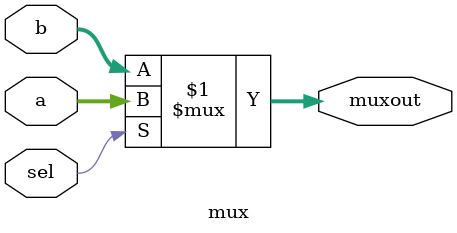
<source format=sv>
module mux #(
  parameter WIDTH = 32, 
  parameter SEL_WIDTH = 1
)(
  input logic [WIDTH-1 : 0] a,
  input logic [WIDTH-1 : 0] b,
  input logic [SEL_WIDTH-1 : 0] sel,
  output logic [WIDTH-1 : 0] muxout
);
  assign muxout = sel ? a : b;
endmodule
</source>
